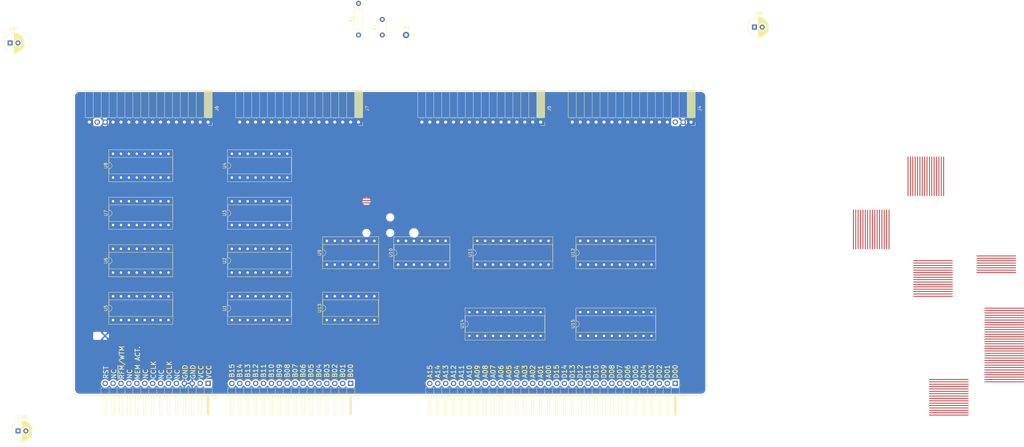
<source format=kicad_pcb>
(kicad_pcb (version 20221018) (generator pcbnew)
  (layers (0 "F.Cu" signal) (31 "B.Cu" signal) (34 "B.Paste" user) (35 "F.Paste" user) (36 "B.SilkS" user "B.Silkscreen") (37 "F.SilkS" user "F.Silkscreen") (38 "B.Mask" user) (39 "F.Mask" user) (44 "Edge.Cuts" user))
  (net 0 "")
  (net 1 "VCC")
  (net 2 "GND")
  (net 3 "/DATA_BUS_00")
  (net 4 "/DATA_BUS_01")
  (net 5 "/DATA_BUS_02")
  (net 6 "/DATA_BUS_03")
  (net 7 "/DATA_BUS_04")
  (net 8 "/DATA_BUS_05")
  (net 9 "/DATA_BUS_06")
  (net 10 "/DATA_BUS_07")
  (net 11 "/DATA_BUS_08")
  (net 12 "/DATA_BUS_09")
  (net 13 "/DATA_BUS_10")
  (net 14 "/DATA_BUS_11")
  (net 15 "/DATA_BUS_12")
  (net 16 "/DATA_BUS_13")
  (net 17 "/DATA_BUS_14")
  (net 18 "/DATA_BUS_15")
  (net 19 "/ADDR_BUS_00")
  (net 20 "/ADDR_BUS_01")
  (net 21 "/ADDR_BUS_02")
  (net 22 "/ADDR_BUS_03")
  (net 23 "/ADDR_BUS_04")
  (net 24 "/ADDR_BUS_05")
  (net 25 "/ADDR_BUS_06")
  (net 26 "/ADDR_BUS_07")
  (net 27 "/ADDR_BUS_08")
  (net 28 "/ADDR_BUS_09")
  (net 29 "/ADDR_BUS_10")
  (net 30 "/ADDR_BUS_11")
  (net 31 "/ADDR_BUS_12")
  (net 32 "/ADDR_BUS_13")
  (net 33 "/ADDR_BUS_14")
  (net 34 "/ADDR_BUS_15")
  (net 40 "/DATA_CLK")
  (net 42 "/CTL_CLK")
  (net 44 "/RFM")
  (net 45 "/BANK_BUS_00")
  (net 46 "/BANK_BUS_01")
  (net 47 "/BANK_BUS_02")
  (net 48 "/BANK_BUS_03")
  (net 49 "/BANK_BUS_04")
  (net 50 "/BANK_BUS_05")
  (net 51 "/BANK_BUS_06")
  (net 52 "/BANK_BUS_07")
  (net 53 "/BANK_BUS_08")
  (net 54 "/BANK_BUS_09")
  (net 55 "/BANK_BUS_10")
  (net 56 "/BANK_BUS_11")
  (net 57 "/BANK_BUS_12")
  (net 58 "/BANK_BUS_13")
  (net 59 "/BANK_BUS_14")
  (net 60 "/BANK_BUS_15")
  (net 61 "/WTM")
  (net 62 "/RESET")
  (footprint "Package_DIP:DIP-16_W7.62mm_Socket" (layer "F.Cu") (at 63.5 78.74 90)
    (fp_text reference "U8")
    (fp_text value "74HC157")
  )
  (footprint "sixteen-bit-computer:peripheral-backplane-membank" (layer "F.Cu") (at 139.7 144.78 -90)
    (fp_text reference "J3")
    (fp_text value "peripheral_membank_connector")
  )
  (footprint "Capacitor_THT:CP_Radial_D6.3mm_P2.50mm" (layer "F.Cu") (at 30.48 35.56)
    (fp_text reference "C97")
    (fp_text value "C_Polarized")
  )
  (footprint "Package_DIP:DIP-14_W7.62mm_Socket" (layer "F.Cu") (at 132.08 124.46 90)
    (fp_text reference "U13")
    (fp_text value "74HC04")
  )
  (footprint "Connector_PinSocket_2.54mm:PinSocket_1x16_P2.54mm_Horizontal" (layer "F.Cu") (at 142.24 60.96 -90)
    (fp_text reference "J7")
    (fp_text value "Conn_01x16_Socket")
  )
  (footprint "Package_DIP:DIP-16_W7.62mm_Socket" (layer "F.Cu") (at 101.6 124.46 90)
    (fp_text reference "U1")
    (fp_text value "74HC157")
  )
  (footprint "Connector_PinSocket_2.54mm:PinSocket_1x16_P2.54mm_Horizontal" (layer "F.Cu") (at 248.92 60.96 -90)
    (fp_text reference "J4")
    (fp_text value "Conn_01x16_Socket")
  )
  (footprint "Connector_Pin:Pin_D1.0mm_L10.0mm" (layer "F.Cu") (at 157.48 33.02 180)
    (fp_text reference "TP1")
    (fp_text value "TestPoint")
  )
  (footprint "Package_DIP:DIP-16_W7.62mm_Socket" (layer "F.Cu") (at 63.5 109.22 90)
    (fp_text reference "U6")
    (fp_text value "74HC157")
  )
  (footprint "Package_DIP:DIP-14_W7.62mm_Socket" (layer "F.Cu") (at 132.08 106.68 90)
    (fp_text reference "U9")
    (fp_text value "74HC10")
  )
  (footprint "Package_DIP:DIP-20_W7.62mm_Socket" (layer "F.Cu") (at 177.8 129.54 90)
    (fp_text reference "U14")
    (fp_text value "74HC245")
  )
  (footprint "sixteen-bit-computer:peripheral-backplane-aux" (layer "F.Cu") (at 93.98 144.78)
    (fp_text reference "J2")
    (fp_text value "peripheral_aux_connector")
  )
  (footprint "Connector_PinSocket_2.54mm:PinSocket_1x16_P2.54mm_Horizontal" (layer "F.Cu") (at 93.98 60.96 -90)
    (fp_text reference "J6")
    (fp_text value "Conn_01x16_Socket")
  )
  (footprint "Package_DIP:DIP-16_W7.62mm_Socket" (layer "F.Cu") (at 63.5 93.98 90)
    (fp_text reference "U7")
    (fp_text value "74HC157")
  )
  (footprint "Package_DIP:DIP-20_W7.62mm_Socket" (layer "F.Cu") (at 213.36 129.54 90)
    (fp_text reference "U15")
    (fp_text value "74HC245")
  )
  (footprint "Resistor_THT:R_Axial_DIN0207_L6.3mm_D2.5mm_P10.16mm_Horizontal" (layer "F.Cu") (at 142.24 33.02 90)
    (fp_text reference "R1")
    (fp_text value "R_US")
  )
  (footprint "Package_DIP:DIP-16_W7.62mm_Socket" (layer "F.Cu") (at 101.6 78.74 90)
    (fp_text reference "U4")
    (fp_text value "74HC157")
  )
  (footprint "Capacitor_THT:CP_Radial_D6.3mm_P2.50mm" (layer "F.Cu") (at 33.02 160.02)
    (fp_text reference "C99")
    (fp_text value "C_Polarized")
  )
  (footprint "Package_DIP:DIP-16_W7.62mm_Socket" (layer "F.Cu") (at 63.5 124.46 90)
    (fp_text reference "U5")
    (fp_text value "74HC157")
  )
  (footprint "Package_DIP:DIP-20_W7.62mm_Socket" (layer "F.Cu") (at 180.34 106.68 90)
    (fp_text reference "U11")
    (fp_text value "74HC377")
  )
  (footprint "Package_DIP:DIP-16_W7.62mm_Socket" (layer "F.Cu") (at 101.6 109.22 90)
    (fp_text reference "U2")
    (fp_text value "74HC157")
  )
  (footprint "Capacitor_THT:C_Disc_D5.0mm_W2.5mm_P5.00mm" (layer "F.Cu") (at 149.86 33.02 90)
    (fp_text reference "C1")
    (fp_text value "C")
  )
  (footprint "Package_DIP:DIP-16_W7.62mm_Socket" (layer "F.Cu") (at 101.6 93.98 90)
    (fp_text reference "U3")
    (fp_text value "74HC157")
  )
  (footprint "Connector_PinSocket_2.54mm:PinSocket_1x16_P2.54mm_Horizontal" (layer "F.Cu") (at 200.66 60.96 -90)
    (fp_text reference "J5")
    (fp_text value "Conn_01x16_Socket")
  )
  (footprint "Package_DIP:DIP-20_W7.62mm_Socket" (layer "F.Cu") (at 213.36 106.68 90)
    (fp_text reference "U12")
    (fp_text value "74HC377")
  )
  (footprint "Capacitor_THT:CP_Radial_D6.3mm_P2.50mm" (layer "F.Cu") (at 269.24 30.48)
    (fp_text reference "C98")
    (fp_text value "C_Polarized")
  )
  (footprint "sixteen-bit-computer:peripheral-backplane-data-addr-anno" (layer "F.Cu") (at 243.84 144.78 -90)
    (fp_text reference "J1")
    (fp_text value "peripheral_addr_bus_connector")
  )
  (footprint "Package_DIP:DIP-14_W7.62mm_Socket" (layer "F.Cu") (at 154.94 106.68 90)
    (fp_text reference "U10")
    (fp_text value "74HC10")
  )
  (gr_line (start 254 52.705) (end 254 146.685) (stroke (width 0.1)) (layer "Edge.Cuts"))
  (gr_arc (start 254 146.685) (mid 253.442038 148.032038) (end 252.095 148.59) (stroke (width 0.1)) (layer "Edge.Cuts"))
  (gr_arc (start 52.705 148.59) (mid 51.357962 148.032038) (end 50.8 146.685) (stroke (width 0.1)) (layer "Edge.Cuts"))
  (gr_line (start 50.8 146.685) (end 50.8 52.705) (stroke (width 0.1)) (layer "Edge.Cuts"))
  (gr_arc (start 50.8 52.705) (mid 51.357962 51.357962) (end 52.705 50.8) (stroke (width 0.1)) (layer "Edge.Cuts"))
  (gr_line (start 252.095 148.59) (end 52.705 148.59) (stroke (width 0.1)) (layer "Edge.Cuts"))
  (gr_arc (start 252.095 50.8) (mid 253.442038 51.357962) (end 254 52.705) (stroke (width 0.1)) (layer "Edge.Cuts"))
  (gr_line (start 52.705 50.8) (end 252.095 50.8) (stroke (width 0.1)) (layer "Edge.Cuts"))
  (segment (start 320.802 72.136) (end 320.802 84.582) (width 0.254) (layer "F.Cu") (net 0))
  (segment (start 319.278 72.136) (end 319.278 84.582) (width 0.254) (layer "F.Cu") (net 0))
  (segment (start 306.324 101.6) (end 306.324 89.154) (width 0.254) (layer "F.Cu") (net 0))
  (segment (start 234.188 80.264) (end 246.634 80.264) (width 0.254) (layer "F.Cu") (net 0))
  (segment (start 129.032 124.968) (end 129.032 112.522) (width 0.254) (layer "F.Cu") (net 0))
  (segment (start 127.508 124.968) (end 127.508 112.522) (width 0.254) (layer "F.Cu") (net 0))
  (segment (start 246.634 71.882) (end 234.188 71.882) (width 0.254) (layer "F.Cu") (net 0))
  (segment (start 154.686 70.866) (end 142.24 70.866) (width 0.254) (layer "F.Cu") (net 0))
  (segment (start 343.154 135.89) (end 355.6 135.89) (width 0.254) (layer "F.Cu") (net 0))
  (segment (start 142.24 81.534) (end 154.686 81.534) (width 0.254) (layer "F.Cu") (net 0))
  (segment (start 343.154 142.748) (end 355.6 142.748) (width 0.254) (layer "F.Cu") (net 0))
  (segment (start 340.614 105.41) (end 353.06 105.41) (width 0.254) (layer "F.Cu") (net 0))
  (segment (start 154.686 66.294) (end 142.24 66.294) (width 0.254) (layer "F.Cu") (net 0))
  (segment (start 320.294 109.22) (end 332.74 109.22) (width 0.254) (layer "F.Cu") (net 0))
  (segment (start 355.6 129.032) (end 343.154 129.032) (width 0.254) (layer "F.Cu") (net 0))
  (segment (start 343.154 141.224) (end 355.6 141.224) (width 0.254) (layer "F.Cu") (net 0))
  (segment (start 343.154 135.128) (end 355.6 135.128) (width 0.254) (layer "F.Cu") (net 0))
  (segment (start 142.24 82.296) (end 154.686 82.296) (width 0.254) (layer "F.Cu") (net 0))
  (segment (start 300.99 101.6) (end 300.99 89.154) (width 0.254) (layer "F.Cu") (net 0))
  (segment (start 96.012 81.534) (end 96.012 69.088) (width 0.254) (layer "F.Cu") (net 0))
  (segment (start 123.19 133.096) (end 135.636 133.096) (width 0.254) (layer "F.Cu") (net 0))
  (segment (start 343.154 136.652) (end 355.6 136.652) (width 0.254) (layer "F.Cu") (net 0))
  (segment (start 85.09 137.922) (end 97.536 137.922) (width 0.254) (layer "F.Cu") (net 0))
  (segment (start 310.134 101.6) (end 310.134 89.154) (width 0.254) (layer "F.Cu") (net 0))
  (segment (start 85.09 134.874) (end 97.536 134.874) (width 0.254) (layer "F.Cu") (net 0))
  (segment (start 85.09 139.446) (end 97.536 139.446) (width 0.254) (layer "F.Cu") (net 0))
  (segment (start 355.6 125.984) (end 343.154 125.984) (width 0.254) (layer "F.Cu") (net 0))
  (segment (start 234.188 86.36) (end 246.634 86.36) (width 0.254) (layer "F.Cu") (net 0))
  (segment (start 320.04 72.136) (end 320.04 84.582) (width 0.254) (layer "F.Cu") (net 0))
  (segment (start 343.154 144.272) (end 355.6 144.272) (width 0.254) (layer "F.Cu") (net 0))
  (segment (start 340.614 106.934) (end 353.06 106.934) (width 0.254) (layer "F.Cu") (net 0))
  (segment (start 246.634 66.548) (end 234.188 66.548) (width 0.254) (layer "F.Cu") (net 0))
  (segment (start 234.188 85.598) (end 246.634 85.598) (width 0.254) (layer "F.Cu") (net 0))
  (segment (start 304.8 101.6) (end 304.8 89.154) (width 0.254) (layer "F.Cu") (net 0))
  (segment (start 97.536 81.534) (end 97.536 69.088) (width 0.254) (layer "F.Cu") (net 0))
  (segment (start 234.188 87.884) (end 246.634 87.884) (width 0.254) (layer "F.Cu") (net 0))
  (segment (start 142.24 84.582) (end 154.686 84.582) (width 0.254) (layer "F.Cu") (net 0))
  (segment (start 337.82 145.034) (end 325.374 145.034) (width 0.254) (layer "F.Cu") (net 0))
  (segment (start 355.6 127.508) (end 343.154 127.508) (width 0.254) (layer "F.Cu") (net 0))
  (segment (start 123.698 124.968) (end 123.698 112.522) (width 0.254) (layer "F.Cu") (net 0))
  (segment (start 58.674 83.566) (end 58.674 71.12) (width 0.254) (layer "F.Cu") (net 0))
  (segment (start 311.658 101.6) (end 311.658 89.154) (width 0.254) (layer "F.Cu") (net 0))
  (segment (start 234.188 77.216) (end 246.634 77.216) (width 0.254) (layer "F.Cu") (net 0))
  (segment (start 142.24 86.868) (end 154.686 86.868) (width 0.254) (layer "F.Cu") (net 0))
  (segment (start 87.122 133.096) (end 87.122 120.65) (width 0.254) (layer "F.Cu") (net 0))
  (segment (start 84.836 133.096) (end 84.836 120.65) (width 0.254) (layer "F.Cu") (net 0))
  (segment (start 54.864 83.566) (end 54.864 71.12) (width 0.254) (layer "F.Cu") (net 0))
  (segment (start 337.82 143.51) (end 325.374 143.51) (width 0.254) (layer "F.Cu") (net 0))
  (segment (start 309.372 101.6) (end 309.372 89.154) (width 0.254) (layer "F.Cu") (net 0))
  (segment (start 320.294 116.078) (end 332.74 116.078) (width 0.254) (layer "F.Cu") (net 0))
  (segment (start 304.038 101.6) (end 304.038 89.154) (width 0.254) (layer "F.Cu") (net 0))
  (segment (start 234.188 84.074) (end 246.634 84.074) (width 0.254) (layer "F.Cu") (net 0))
  (segment (start 55.626 83.566) (end 55.626 71.12) (width 0.254) (layer "F.Cu") (net 0))
  (segment (start 337.82 144.272) (end 325.374 144.272) (width 0.254) (layer "F.Cu") (net 0))
  (segment (start 328.422 72.136) (end 328.422 84.582) (width 0.254) (layer "F.Cu") (net 0))
  (segment (start 343.154 137.414) (end 355.6 137.414) (width 0.254) (layer "F.Cu") (net 0))
  (segment (start 355.6 123.698) (end 343.154 123.698) (width 0.254) (layer "F.Cu") (net 0))
  (segment (start 337.82 153.416) (end 325.374 153.416) (width 0.254) (layer "F.Cu") (net 0))
  (segment (start 337.82 151.13) (end 325.374 151.13) (width 0.254) (layer "F.Cu") (net 0))
  (segment (start 307.086 101.6) (end 307.086 89.154) (width 0.254) (layer "F.Cu") (net 0))
  (segment (start 310.896 101.6) (end 310.896 89.154) (width 0.254) (layer "F.Cu") (net 0))
  (segment (start 90.17 133.096) (end 90.17 120.65) (width 0.254) (layer "F.Cu") (net 0))
  (segment (start 312.42 101.6) (end 312.42 89.154) (width 0.254) (layer "F.Cu") (net 0))
  (segment (start 154.686 71.628) (end 142.24 71.628) (width 0.254) (layer "F.Cu") (net 0))
  (segment (start 343.154 134.366) (end 355.6 134.366) (width 0.254) (layer "F.Cu") (net 0))
  (segment (start 95.25 81.534) (end 95.25 69.088) (width 0.254) (layer "F.Cu") (net 0))
  (segment (start 337.82 152.654) (end 325.374 152.654) (width 0.254) (layer "F.Cu") (net 0))
  (segment (start 246.634 76.454) (end 234.188 76.454) (width 0.254) (layer "F.Cu") (net 0))
  (segment (start 123.19 130.81) (end 135.636 130.81) (width 0.254) (layer "F.Cu") (net 0))
  (segment (start 320.294 112.268) (end 332.74 112.268) (width 0.254) (layer "F.Cu") (net 0))
  (segment (start 326.136 72.136) (end 326.136 84.582) (width 0.254) (layer "F.Cu") (net 0))
  (segment (start 325.374 72.136) (end 325.374 84.582) (width 0.254) (layer "F.Cu") (net 0))
  (segment (start 320.294 113.03) (end 332.74 113.03) (width 0.254) (layer "F.Cu") (net 0))
  (segment (start 128.27 124.968) (end 128.27 112.522) (width 0.254) (layer "F.Cu") (net 0))
  (segment (start 337.82 154.178) (end 325.374 154.178) (width 0.254) (layer "F.Cu") (net 0))
  (segment (start 96.774 81.534) (end 96.774 69.088) (width 0.254) (layer "F.Cu") (net 0))
  (segment (start 320.294 115.316) (end 332.74 115.316) (width 0.254) (layer "F.Cu") (net 0))
  (segment (start 303.276 101.6) (end 303.276 89.154) (width 0.254) (layer "F.Cu") (net 0))
  (segment (start 343.154 140.462) (end 355.6 140.462) (width 0.254) (layer "F.Cu") (net 0))
  (segment (start 154.686 76.962) (end 142.24 76.962) (width 0.254) (layer "F.Cu") (net 0))
  (segment (start 343.154 141.986) (end 355.6 141.986) (width 0.254) (layer "F.Cu") (net 0))
  (segment (start 343.154 133.604) (end 355.6 133.604) (width 0.254) (layer "F.Cu") (net 0))
  (segment (start 337.82 151.892) (end 325.374 151.892) (width 0.254) (layer "F.Cu") (net 0))
  (segment (start 123.19 127.762) (end 135.636 127.762) (width 0.254) (layer "F.Cu") (net 0))
  (segment (start 355.6 126.746) (end 343.154 126.746) (width 0.254) (layer "F.Cu") (net 0))
  (segment (start 355.6 122.174) (end 343.154 122.174) (width 0.254) (layer "F.Cu") (net 0))
  (segment (start 343.154 138.938) (end 355.6 138.938) (width 0.254) (layer "F.Cu") (net 0))
  (segment (start 85.09 137.16) (end 97.536 137.16) (width 0.254) (layer "F.Cu") (net 0))
  (segment (start 123.19 129.286) (end 135.636 129.286) (width 0.254) (layer "F.Cu") (net 0))
  (segment (start 142.24 78.486) (end 154.686 78.486) (width 0.254) (layer "F.Cu") (net 0))
  (segment (start 85.09 136.398) (end 97.536 136.398) (width 0.254) (layer "F.Cu") (net 0))
  (segment (start 246.634 68.834) (end 234.188 68.834) (width 0.254) (layer "F.Cu") (net 0))
  (segment (start 337.82 149.606) (end 325.374 149.606) (width 0.254) (layer "F.Cu") (net 0))
  (segment (start 142.24 88.392) (end 154.686 88.392) (width 0.254) (layer "F.Cu") (net 0))
  (segment (start 154.686 73.152) (end 142.24 73.152) (width 0.254) (layer "F.Cu") (net 0))
  (segment (start 246.634 72.644) (end 234.188 72.644) (width 0.254) (layer "F.Cu") (net 0))
  (segment (start 142.24 87.63) (end 154.686 87.63) (width 0.254) (layer "F.Cu") (net 0))
  (segment (start 320.294 105.41) (end 332.74 105.41) (width 0.254) (layer "F.Cu") (net 0))
  (segment (start 246.634 68.072) (end 234.188 68.072) (width 0.254) (layer "F.Cu") (net 0))
  (segment (start 320.294 108.458) (end 332.74 108.458) (width 0.254) (layer "F.Cu") (net 0))
  (segment (start 234.188 83.312) (end 246.634 83.312) (width 0.254) (layer "F.Cu") (net 0))
  (segment (start 154.686 76.2) (end 142.24 76.2) (width 0.254) (layer "F.Cu") (net 0))
  (segment (start 340.614 107.696) (end 353.06 107.696) (width 0.254) (layer "F.Cu") (net 0))
  (segment (start 234.188 81.026) (end 246.634 81.026) (width 0.254) (layer "F.Cu") (net 0))
  (segment (start 234.188 82.55) (end 246.634 82.55) (width 0.254) (layer "F.Cu") (net 0))
  (segment (start 340.614 108.458) (end 353.06 108.458) (width 0.254) (layer "F.Cu") (net 0))
  (segment (start 123.19 132.334) (end 135.636 132.334) (width 0.254) (layer "F.Cu") (net 0))
  (segment (start 323.85 72.136) (end 323.85 84.582) (width 0.254) (layer "F.Cu") (net 0))
  (segment (start 87.884 133.096) (end 87.884 120.65) (width 0.254) (layer "F.Cu") (net 0))
  (segment (start 337.82 148.844) (end 325.374 148.844) (width 0.254) (layer "F.Cu") (net 0))
  (segment (start 154.686 67.818) (end 142.24 67.818) (width 0.254) (layer "F.Cu") (net 0))
  (segment (start 326.898 72.136) (end 326.898 84.582) (width 0.254) (layer "F.Cu") (net 0))
  (segment (start 142.24 80.01) (end 154.686 80.01) (width 0.254) (layer "F.Cu") (net 0))
  (segment (start 125.222 124.968) (end 125.222 112.522) (width 0.254) (layer "F.Cu") (net 0))
  (segment (start 320.294 111.506) (end 332.74 111.506) (width 0.254) (layer "F.Cu") (net 0))
  (segment (start 320.294 109.982) (end 332.74 109.982) (width 0.254) (layer "F.Cu") (net 0))
  (segment (start 154.686 72.39) (end 142.24 72.39) (width 0.254) (layer "F.Cu") (net 0))
  (segment (start 355.6 131.318) (end 343.154 131.318) (width 0.254) (layer "F.Cu") (net 0))
  (segment (start 89.408 133.096) (end 89.408 120.65) (width 0.254) (layer "F.Cu") (net 0))
  (segment (start 123.19 128.524) (end 135.636 128.524) (width 0.254) (layer "F.Cu") (net 0))
  (segment (start 59.436 83.566) (end 59.436 71.12) (width 0.254) (layer "F.Cu") (net 0))
  (segment (start 56.388 83.566) (end 56.388 71.12) (width 0.254) (layer "F.Cu") (net 0))
  (segment (start 340.614 103.886) (end 353.06 103.886) (width 0.254) (layer "F.Cu") (net 0))
  (segment (start 323.088 72.136) (end 323.088 84.582) (width 0.254) (layer "F.Cu") (net 0))
  (segment (start 246.634 73.406) (end 234.188 73.406) (width 0.254) (layer "F.Cu") (net 0))
  (segment (start 355.6 129.794) (end 343.154 129.794) (width 0.254) (layer "F.Cu") (net 0))
  (segment (start 234.188 84.836) (end 246.634 84.836) (width 0.254) (layer "F.Cu") (net 0))
  (segment (start 246.634 69.596) (end 234.188 69.596) (width 0.254) (layer "F.Cu") (net 0))
  (segment (start 246.634 65.024) (end 234.188 65.024) (width 0.254) (layer "F.Cu") (net 0))
  (segment (start 98.298 81.534) (end 98.298 69.088) (width 0.254) (layer "F.Cu") (net 0))
  (segment (start 154.686 68.58) (end 142.24 68.58) (width 0.254) (layer "F.Cu") (net 0))
  (segment (start 337.82 150.368) (end 325.374 150.368) (width 0.254) (layer "F.Cu") (net 0))
  (segment (start 322.326 72.136) (end 322.326 84.582) (width 0.254) (layer "F.Cu") (net 0))
  (segment (start 94.488 81.534) (end 94.488 69.088) (width 0.254) (layer "F.Cu") (net 0))
  (segment (start 302.514 101.6) (end 302.514 89.154) (width 0.254) (layer "F.Cu") (net 0))
  (segment (start 355.6 124.46) (end 343.154 124.46) (width 0.254) (layer "F.Cu") (net 0))
  (segment (start 324.612 72.136) (end 324.612 84.582) (width 0.254) (layer "F.Cu") (net 0))
  (segment (start 142.24 89.916) (end 154.686 89.916) (width 0.254) (layer "F.Cu") (net 0))
  (segment (start 57.15 83.566) (end 57.15 71.12) (width 0.254) (layer "F.Cu") (net 0))
  (segment (start 320.294 114.554) (end 332.74 114.554) (width 0.254) (layer "F.Cu") (net 0))
  (segment (start 246.634 75.692) (end 234.188 75.692) (width 0.254) (layer "F.Cu") (net 0))
  (segment (start 126.746 124.968) (end 126.746 112.522) (width 0.254) (layer "F.Cu") (net 0))
  (segment (start 85.09 135.636) (end 97.536 135.636) (width 0.254) (layer "F.Cu") (net 0))
  (segment (start 301.752 101.6) (end 301.752 89.154) (width 0.254) (layer "F.Cu") (net 0))
  (segment (start 88.646 133.096) (end 88.646 120.65) (width 0.254) (layer "F.Cu") (net 0))
  (segment (start 329.184 72.136) (end 329.184 84.582) (width 0.254) (layer "F.Cu") (net 0))
  (segment (start 154.686 67.056) (end 142.24 67.056) (width 0.254) (layer "F.Cu") (net 0))
  (segment (start 86.36 133.096) (end 86.36 120.65) (width 0.254) (layer "F.Cu") (net 0))
  (segment (start 320.294 106.172) (end 332.74 106.172) (width 0.254) (layer "F.Cu") (net 0))
  (segment (start 142.24 89.154) (end 154.686 89.154) (width 0.254) (layer "F.Cu") (net 0))
  (segment (start 92.964 81.534) (end 92.964 69.088) (width 0.254) (layer "F.Cu") (net 0))
  (segment (start 327.66 72.136) (end 327.66 84.582) (width 0.254) (layer "F.Cu") (net 0))
  (segment (start 142.24 80.772) (end 154.686 80.772) (width 0.254) (layer "F.Cu") (net 0))
  (segment (start 234.188 77.978) (end 246.634 77.978) (width 0.254) (layer "F.Cu") (net 0))
  (segment (start 340.614 106.172) (end 353.06 106.172) (width 0.254) (layer "F.Cu") (net 0))
  (segment (start 234.188 81.788) (end 246.634 81.788) (width 0.254) (layer "F.Cu") (net 0))
  (segment (start 337.82 147.32) (end 325.374 147.32) (width 0.254) (layer "F.Cu") (net 0))
  (segment (start 246.634 74.168) (end 234.188 74.168) (width 0.254) (layer "F.Cu") (net 0))
  (segment (start 355.6 122.936) (end 343.154 122.936) (width 0.254) (layer "F.Cu") (net 0))
  (segment (start 343.154 139.7) (end 355.6 139.7) (width 0.254) (layer "F.Cu") (net 0))
  (segment (start 320.294 110.744) (end 332.74 110.744) (width 0.254) (layer "F.Cu") (net 0))
  (segment (start 54.102 83.566) (end 54.102 71.12) (width 0.254) (layer "F.Cu") (net 0))
  (segment (start 343.154 138.176) (end 355.6 138.176) (width 0.254) (layer "F.Cu") (net 0))
  (segment (start 154.686 70.104) (end 142.24 70.104) (width 0.254) (layer "F.Cu") (net 0))
  (segment (start 329.946 72.136) (end 329.946 84.582) (width 0.254) (layer "F.Cu") (net 0))
  (segment (start 85.598 133.096) (end 85.598 120.65) (width 0.254) (layer "F.Cu") (net 0))
  (segment (start 154.686 69.342) (end 142.24 69.342) (width 0.254) (layer "F.Cu") (net 0))
  (segment (start 318.516 72.136) (end 318.516 84.582) (width 0.254) (layer "F.Cu") (net 0))
  (segment (start 93.726 81.534) (end 93.726 69.088) (width 0.254) (layer "F.Cu") (net 0))
  (segment (start 123.19 131.572) (end 135.636 131.572) (width 0.254) (layer "F.Cu") (net 0))
  (segment (start 355.6 121.412) (end 343.154 121.412) (width 0.254) (layer "F.Cu") (net 0))
  (segment (start 246.634 70.358) (end 234.188 70.358) (width 0.254) (layer "F.Cu") (net 0))
  (segment (start 142.24 85.344) (end 154.686 85.344) (width 0.254) (layer "F.Cu") (net 0))
  (segment (start 246.634 71.12) (end 234.188 71.12) (width 0.254) (layer "F.Cu") (net 0))
  (segment (start 154.686 77.724) (end 142.24 77.724) (width 0.254) (layer "F.Cu") (net 0))
  (segment (start 124.46 124.968) (end 124.46 112.522) (width 0.254) (layer "F.Cu") (net 0))
  (segment (start 142.24 86.106) (end 154.686 86.106) (width 0.254) (layer "F.Cu") (net 0))
  (segment (start 340.614 109.22) (end 353.06 109.22) (width 0.254) (layer "F.Cu") (net 0))
  (segment (start 337.82 145.796) (end 325.374 145.796) (width 0.254) (layer "F.Cu") (net 0))
  (segment (start 321.564 72.136) (end 321.564 84.582) (width 0.254) (layer "F.Cu") (net 0))
  (segment (start 85.09 140.208) (end 97.536 140.208) (width 0.254) (layer "F.Cu") (net 0))
  (segment (start 142.24 83.058) (end 154.686 83.058) (width 0.254) (layer "F.Cu") (net 0))
  (segment (start 246.634 65.786) (end 234.188 65.786) (width 0.254) (layer "F.Cu") (net 0))
  (segment (start 154.686 74.676) (end 142.24 74.676) (width 0.254) (layer "F.Cu") (net 0))
  (segment (start 154.686 73.914) (end 142.24 73.914) (width 0.254) (layer "F.Cu") (net 0))
  (segment (start 355.6 125.222) (end 343.154 125.222) (width 0.254) (layer "F.Cu") (net 0))
  (segment (start 355.6 130.556) (end 343.154 130.556) (width 0.254) (layer "F.Cu") (net 0))
  (segment (start 320.294 116.84) (end 332.74 116.84) (width 0.254) (layer "F.Cu") (net 0))
  (segment (start 355.6 120.65) (end 343.154 120.65) (width 0.254) (layer "F.Cu") (net 0))
  (segment (start 337.82 154.94) (end 325.374 154.94) (width 0.254) (layer "F.Cu") (net 0))
  (segment (start 343.154 143.51) (end 355.6 143.51) (width 0.254) (layer "F.Cu") (net 0))
  (segment (start 320.294 113.792) (end 332.74 113.792) (width 0.254) (layer "F.Cu") (net 0))
  (segment (start 234.188 87.122) (end 246.634 87.122) (width 0.254) (layer "F.Cu") (net 0))
  (segment (start 246.634 67.31) (end 234.188 67.31) (width 0.254) (layer "F.Cu") (net 0))
  (segment (start 343.154 132.842) (end 355.6 132.842) (width 0.254) (layer "F.Cu") (net 0))
  (segment (start 308.61 101.6) (end 308.61 89.154) (width 0.254) (layer "F.Cu") (net 0))
  (segment (start 142.24 83.82) (end 154.686 83.82) (width 0.254) (layer "F.Cu") (net 0))
  (segment (start 234.188 79.502) (end 246.634 79.502) (width 0.254) (layer "F.Cu") (net 0))
  (segment (start 123.19 130.048) (end 135.636 130.048) (width 0.254) (layer "F.Cu") (net 0))
  (segment (start 340.614 104.648) (end 353.06 104.648) (width 0.254) (layer "F.Cu") (net 0))
  (segment (start 337.82 148.082) (end 325.374 148.082) (width 0.254) (layer "F.Cu") (net 0))
  (segment (start 125.984 124.968) (end 125.984 112.522) (width 0.254) (layer "F.Cu") (net 0))
  (segment (start 320.294 106.934) (end 332.74 106.934) (width 0.254) (layer "F.Cu") (net 0))
  (segment (start 355.6 128.27) (end 343.154 128.27) (width 0.254) (layer "F.Cu") (net 0))
  (segment (start 337.82 146.558) (end 325.374 146.558) (width 0.254) (layer "F.Cu") (net 0))
  (segment (start 85.09 138.684) (end 97.536 138.684) (width 0.254) (layer "F.Cu") (net 0))
  (segment (start 234.188 78.74) (end 246.634 78.74) (width 0.254) (layer "F.Cu") (net 0))
  (segment (start 307.848 101.6) (end 307.848 89.154) (width 0.254) (layer "F.Cu") (net 0))
  (segment (start 246.634 74.93) (end 234.188 74.93) (width 0.254) (layer "F.Cu") (net 0))
  (segment (start 154.686 75.438) (end 142.24 75.438) (width 0.254) (layer "F.Cu") (net 0))
  (segment (start 355.6 132.08) (end 343.154 132.08) (width 0.254) (layer "F.Cu") (net 0))
  (segment (start 320.294 107.696) (end 332.74 107.696) (width 0.254) (layer "F.Cu") (net 0))
  (segment (start 305.562 101.6) (end 305.562 89.154) (width 0.254) (layer "F.Cu") (net 0))
  (segment (start 234.188 88.646) (end 246.634 88.646) (width 0.254) (layer "F.Cu") (net 0))
  (segment (start 142.24 79.248) (end 154.686 79.248) (width 0.254) (layer "F.Cu") (net 0))
  (segment (start 57.912 83.566) (end 57.912 71.12) (width 0.254) (layer "F.Cu") (net 0))
  (zone locked (net 2) (net_name "GND") (layer "B.Cu") (connect_pads (clearance 0.5)) (min_thickness 0.25) (fill yes (thermal_gap 0.5) (thermal_bridge_width 0.5))
    (polygon (pts (xy 45.72 45.72) (xy 259.08 45.72) (xy 259.08 152.4) (xy 45.72 152.4)))
  )
)
</source>
